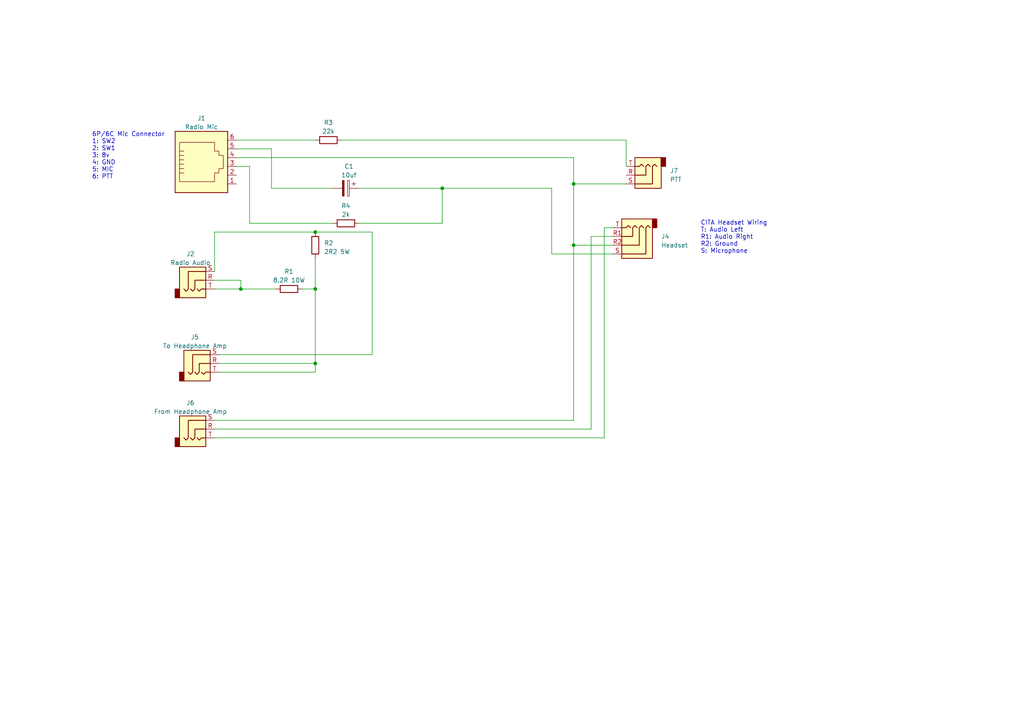
<source format=kicad_sch>
(kicad_sch (version 20230121) (generator eeschema)
  (paper "A4")
  (lib_symbols
    (symbol "Connector:6P6C" (pin_names (offset 1.016))
      (property "Reference" "J" (at -5.08 11.43 0))
      (property "Value" "6P6C" (at 2.54 11.43 0))
      (symbol "6P6C_0_1"
        (polyline (pts (xy -6.35 -1.905) (xy -5.08 -1.905) (xy -5.08 -1.905)))
        (polyline (pts (xy -6.35 -0.635) (xy -5.08 -0.635) (xy -5.08 -0.635)))
        (polyline (pts (xy -6.35 0.635) (xy -5.08 0.635) (xy -5.08 0.635)))
        (polyline (pts (xy -6.35 1.905) (xy -5.08 1.905) (xy -5.08 1.905)))
        (polyline (pts (xy -6.35 3.175) (xy -5.08 3.175) (xy -5.08 3.175)))
        (polyline (pts (xy -5.08 4.445) (xy -6.35 4.445) (xy -6.35 4.445)))
        (polyline (pts (xy -6.35 -4.445) (xy -6.35 6.985) (xy 3.81 6.985) (xy 3.81 4.445) (xy 5.08 4.445) (xy 5.08 3.175) (xy 6.35 3.175) (xy 6.35 -0.635) (xy 5.08 -0.635) (xy 5.08 -1.905) (xy 3.81 -1.905) (xy 3.81 -4.445) (xy -6.35 -4.445) (xy -6.35 -4.445)))
        (rectangle (start 7.62 10.16) (end -7.62 -7.62) (stroke (width 0.254)) (fill (type background)))
      )
      (symbol "6P6C_1_1"
        (pin passive line (at 10.16 -5.08 180) (length 2.54) (name "~") (number "1"))
        (pin passive line (at 10.16 -2.54 180) (length 2.54) (name "~") (number "2"))
        (pin passive line (at 10.16 0 180) (length 2.54) (name "~") (number "3"))
        (pin passive line (at 10.16 2.54 180) (length 2.54) (name "~") (number "4"))
        (pin passive line (at 10.16 5.08 180) (length 2.54) (name "~") (number "5"))
        (pin passive line (at 10.16 7.62 180) (length 2.54) (name "~") (number "6"))
      )
    )
    (symbol "Connector_Audio:AudioJack3"
      (property "Reference" "J" (at 0 8.89 0))
      (property "Value" "AudioJack3" (at 0 6.35 0))
      (symbol "AudioJack3_0_1"
        (rectangle (start -5.08 -5.08) (end -6.35 -2.54) (stroke (width 0.254)) (fill (type outline)))
        (polyline (pts (xy 0 -2.54) (xy 0.635 -3.175) (xy 1.27 -2.54) (xy 2.54 -2.54)) (stroke (width 0.254)))
        (polyline (pts (xy -1.905 -2.54) (xy -1.27 -3.175) (xy -0.635 -2.54) (xy -0.635 0) (xy 2.54 0)) (stroke (width 0.254)))
        (polyline (pts (xy 2.54 2.54) (xy -2.54 2.54) (xy -2.54 -2.54) (xy -3.175 -3.175) (xy -3.81 -2.54)) (stroke (width 0.254)))
        (rectangle (start 2.54 3.81) (end -5.08 -5.08) (stroke (width 0.254)) (fill (type background)))
      )
      (symbol "AudioJack3_1_1"
        (pin passive line (at 5.08 0 180) (length 2.54) (name "~") (number "R"))
        (pin passive line (at 5.08 2.54 180) (length 2.54) (name "~") (number "S"))
        (pin passive line (at 5.08 -2.54 180) (length 2.54) (name "~") (number "T"))
      )
    )
    (symbol "Connector_Audio:AudioJack4"
      (property "Reference" "J" (at 0 8.89 0))
      (property "Value" "AudioJack4" (at 0 6.35 0))
      (symbol "AudioJack4_0_1"
        (rectangle (start -6.35 -5.08) (end -7.62 -7.62) (stroke (width 0.254)) (fill (type outline)))
        (polyline (pts (xy 0 -5.08) (xy 0.635 -5.715) (xy 1.27 -5.08) (xy 2.54 -5.08)) (stroke (width 0.254)))
        (polyline (pts (xy -5.715 -5.08) (xy -5.08 -5.715) (xy -4.445 -5.08) (xy -4.445 2.54) (xy 2.54 2.54)) (stroke (width 0.254)))
        (polyline (pts (xy -1.905 -5.08) (xy -1.27 -5.715) (xy -0.635 -5.08) (xy -0.635 -2.54) (xy 2.54 -2.54)) (stroke (width 0.254)))
        (polyline (pts (xy 2.54 0) (xy -2.54 0) (xy -2.54 -5.08) (xy -3.175 -5.715) (xy -3.81 -5.08)) (stroke (width 0.254)))
        (rectangle (start 2.54 3.81) (end -6.35 -7.62) (stroke (width 0.254)) (fill (type background)))
      )
      (symbol "AudioJack4_1_1"
        (pin passive line (at 5.08 -2.54 180) (length 2.54) (name "~") (number "R1"))
        (pin passive line (at 5.08 0 180) (length 2.54) (name "~") (number "R2"))
        (pin passive line (at 5.08 2.54 180) (length 2.54) (name "~") (number "S"))
        (pin passive line (at 5.08 -5.08 180) (length 2.54) (name "~") (number "T"))
      )
    )
    (symbol "Device:C_Polarized" (pin_numbers hide) (pin_names (offset 0.254))
      (property "Reference" "C" (at 0.635 2.54 0))
      (property "Value" "C_Polarized" (at 0.635 -2.54 0))
      (symbol "C_Polarized_0_1"
        (rectangle (start -2.286 0.508) (end 2.286 1.016))
        (polyline (pts (xy -1.778 2.286) (xy -0.762 2.286)))
        (polyline (pts (xy -1.27 2.794) (xy -1.27 1.778)))
        (rectangle (start 2.286 -0.508) (end -2.286 -1.016) (fill (type outline)))
      )
      (symbol "C_Polarized_1_1"
        (pin passive line (at 0 3.81 270) (length 2.794) (name "~") (number "1"))
        (pin passive line (at 0 -3.81 90) (length 2.794) (name "~") (number "2"))
      )
    )
    (symbol "Device:R" (pin_numbers hide) (pin_names (offset 0))
      (property "Reference" "R" (at 2.032 0 90))
      (property "Value" "R" (at 0 0 90))
      (symbol "R_0_1"
        (rectangle (start -1.016 -2.54) (end 1.016 2.54) (stroke (width 0.254)))
      )
      (symbol "R_1_1"
        (pin passive line (at 0 3.81 270) (length 1.27) (name "~") (number "1"))
        (pin passive line (at 0 -3.81 90) (length 1.27) (name "~") (number "2"))
      )
    )
  )
  (junction (at 91.44 105.41))
  (junction (at 69.85 83.82))
  (junction (at 91.44 67.31))
  (junction (at 128.27 54.61))
  (junction (at 166.37 71.12))
  (junction (at 91.44 83.82))
  (junction (at 166.37 53.34))
  (wire (pts (xy 72.39 48.26) (xy 72.39 64.77)))
  (wire (pts (xy 91.44 105.41) (xy 91.44 83.82)))
  (wire (pts (xy 128.27 54.61) (xy 160.02 54.61)))
  (wire (pts (xy 62.23 81.28) (xy 69.85 81.28)))
  (wire (pts (xy 62.23 67.31) (xy 91.44 67.31)))
  (wire (pts (xy 68.58 43.18) (xy 78.74 43.18)))
  (wire (pts (xy 62.23 83.82) (xy 69.85 83.82)))
  (wire (pts (xy 87.63 83.82) (xy 91.44 83.82)))
  (wire (pts (xy 69.85 83.82) (xy 80.01 83.82)))
  (wire (pts (xy 63.5 105.41) (xy 91.44 105.41)))
  (wire (pts (xy 78.74 54.61) (xy 96.52 54.61)))
  (wire (pts (xy 63.5 107.95) (xy 91.44 107.95)))
  (wire (pts (xy 63.5 102.87) (xy 107.95 102.87)))
  (wire (pts (xy 68.58 48.26) (xy 72.39 48.26)))
  (wire (pts (xy 68.58 45.72) (xy 166.37 45.72)))
  (wire (pts (xy 68.58 40.64) (xy 91.44 40.64)))
  (wire (pts (xy 166.37 45.72) (xy 166.37 53.34)))
  (wire (pts (xy 91.44 107.95) (xy 91.44 105.41)))
  (wire (pts (xy 171.45 124.46) (xy 171.45 68.58)))
  (wire (pts (xy 69.85 81.28) (xy 69.85 83.82)))
  (wire (pts (xy 181.61 40.64) (xy 181.61 48.26)))
  (wire (pts (xy 160.02 73.66) (xy 177.8 73.66)))
  (wire (pts (xy 177.8 71.12) (xy 166.37 71.12)))
  (wire (pts (xy 160.02 54.61) (xy 160.02 73.66)))
  (wire (pts (xy 104.14 54.61) (xy 128.27 54.61)))
  (wire (pts (xy 166.37 71.12) (xy 166.37 121.92)))
  (wire (pts (xy 107.95 67.31) (xy 107.95 102.87)))
  (wire (pts (xy 175.26 127) (xy 175.26 66.04)))
  (wire (pts (xy 175.26 66.04) (xy 177.8 66.04)))
  (wire (pts (xy 78.74 43.18) (xy 78.74 54.61)))
  (wire (pts (xy 62.23 127) (xy 175.26 127)))
  (wire (pts (xy 62.23 78.74) (xy 62.23 67.31)))
  (wire (pts (xy 166.37 53.34) (xy 181.61 53.34)))
  (wire (pts (xy 104.14 64.77) (xy 128.27 64.77)))
  (wire (pts (xy 107.95 67.31) (xy 91.44 67.31)))
  (wire (pts (xy 62.23 121.92) (xy 166.37 121.92)))
  (wire (pts (xy 166.37 53.34) (xy 166.37 71.12)))
  (wire (pts (xy 128.27 54.61) (xy 128.27 64.77)))
  (wire (pts (xy 91.44 74.93) (xy 91.44 83.82)))
  (wire (pts (xy 62.23 124.46) (xy 171.45 124.46)))
  (wire (pts (xy 99.06 40.64) (xy 181.61 40.64)))
  (wire (pts (xy 72.39 64.77) (xy 96.52 64.77)))
  (wire (pts (xy 171.45 68.58) (xy 177.8 68.58)))
  (text "CITA Headset Wiring\nT: Audio Left\nR1: Audio Right\nR2: Ground\nS: Microphone" (at 203.2 73.66 0) (effects (font (size 1.27 1.27)) (justify left bottom)))
  (text "6P/6C Mic Connector\n1: SW2\n2: SW1\n3: 8v\n4: GND\n5: MIC\n6: PTT" (at 26.67 52.07 0) (effects (font (size 1.27 1.27)) (justify left bottom)))
  (symbol (lib_id "Device:R") (at 95.25 40.64 90) (unit 1)
    (property "Reference" "R3" (at 95.25 35.56 90))
    (property "Value" "22k" (at 95.25 38.1 90))
    (property "Footprint" "Resistor_THT:R_Axial_DIN0204_L3.6mm_D1.6mm_P5.08mm_Horizontal" (effects hide))
  )
  (symbol (lib_id "Device:R") (at 91.44 71.12 0) (unit 1)
    (property "Reference" "R2" (at 93.98 70.485 0) (effects (justify left)))
    (property "Value" "2R2 5W" (at 93.98 73.025 0) (effects (justify left)))
    (property "Footprint" "Resistor_THT:R_Axial_DIN0204_L3.6mm_D1.6mm_P5.08mm_Horizontal" (effects hide))
  )
  (symbol (lib_id "Connector_Audio:AudioJack3") (at 57.15 124.46 0) (unit 1)
    (property "Reference" "J6" (at 55.245 116.84 0))
    (property "Value" "From Headphone Amp" (at 55.245 119.38 0))
    (property "Footprint" "Connector_Audio:Jack_3.5mm_CUI_SJ1-3523N_Horizontal" (effects hide))
  )
  (symbol (lib_id "Connector_Audio:AudioJack3") (at 58.42 105.41 0) (unit 1)
    (property "Reference" "J5" (at 56.515 97.79 0))
    (property "Value" "To Headphone Amp" (at 56.515 100.33 0))
    (property "Footprint" "Connector_Audio:Jack_3.5mm_CUI_SJ1-3523N_Horizontal" (effects hide))
  )
  (symbol (lib_id "Connector_Audio:AudioJack3") (at 57.15 81.28 0) (unit 1)
    (property "Reference" "J2" (at 55.245 73.66 0))
    (property "Value" "Radio Audio" (at 55.245 76.2 0))
    (property "Footprint" "Connector_Audio:Jack_3.5mm_CUI_SJ1-3523N_Horizontal" (effects hide))
  )
  (symbol (lib_id "Connector_Audio:AudioJack3") (at 186.69 50.8 180) (unit 1)
    (property "Reference" "J7" (at 194.31 49.53 0) (effects (justify right)))
    (property "Value" "PTT" (at 194.31 52.07 0) (effects (justify right)))
    (property "Footprint" "Connector_Audio:Jack_3.5mm_CUI_SJ1-3523N_Horizontal" (effects hide))
  )
  (symbol (lib_id "Device:R") (at 83.82 83.82 90) (unit 1)
    (property "Reference" "R1" (at 83.82 78.74 90))
    (property "Value" "8.2R 10W" (at 83.82 81.28 90))
    (property "Footprint" "Resistor_THT:R_Axial_DIN0204_L3.6mm_D1.6mm_P5.08mm_Horizontal" (effects hide))
  )
  (symbol (lib_id "Device:C_Polarized") (at 100.33 54.61 270) (unit 1)
    (property "Reference" "C1" (at 101.219 48.26 90))
    (property "Value" "10uf" (at 101.219 50.8 90))
    (property "Footprint" "Capacitor_THT:CP_Radial_D5.0mm_P2.00mm" (effects hide))
  )
  (symbol (lib_id "Device:R") (at 100.33 64.77 90) (unit 1)
    (property "Reference" "R4" (at 100.33 59.69 90))
    (property "Value" "2k" (at 100.33 62.23 90))
    (property "Footprint" "Resistor_THT:R_Axial_DIN0204_L3.6mm_D1.6mm_P5.08mm_Horizontal" (effects hide))
  )
  (symbol (lib_id "Connector:6P6C") (at 58.42 48.26 0) (unit 1)
    (property "Reference" "J1" (at 58.42 34.29 0))
    (property "Value" "Radio Mic" (at 58.42 36.83 0))
    (property "Footprint" "Connector_RJ:RJ12_Amphenol_54601" (effects hide))
  )
  (symbol (lib_id "Connector_Audio:AudioJack4") (at 182.88 71.12 180) (unit 1)
    (property "Reference" "J4" (at 191.77 68.58 0) (effects (justify right)))
    (property "Value" "Headset" (at 191.77 71.12 0) (effects (justify right)))
    (property "Footprint" "Connector_Audio:Jack_3.5mm_PJ320E_Horizontal" (effects hide))
  )
)
</source>
